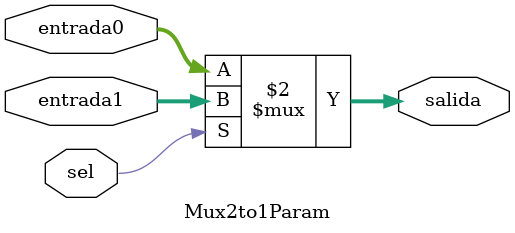
<source format=v>
module Mux2to1Param #(
    parameter WIDTH = 32
)(
    input  wire [WIDTH-1:0] entrada0,
    input  wire [WIDTH-1:0] entrada1,
    input  wire             sel,
    output reg  [WIDTH-1:0] salida
);
    always @(*) begin
        salida = sel ? entrada1 : entrada0;
    end
endmodule

</source>
